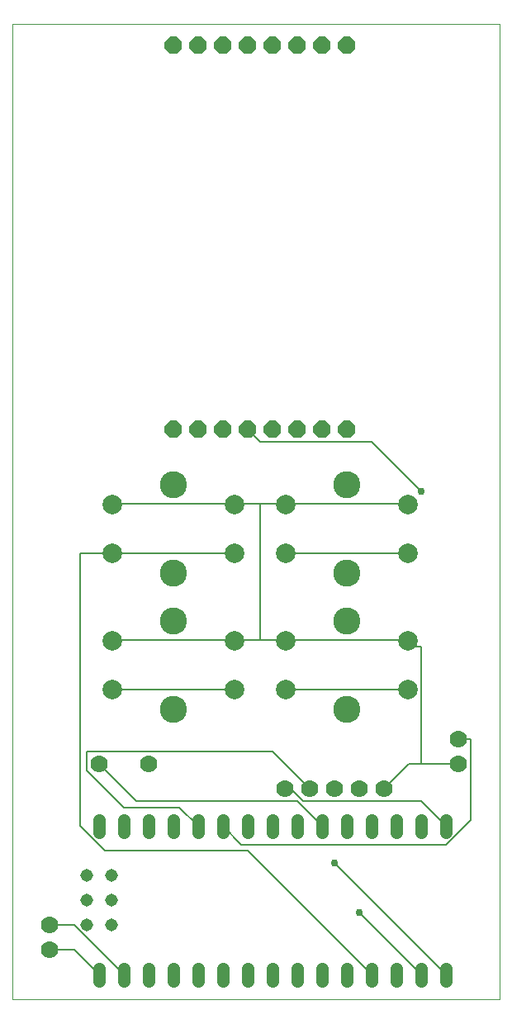
<source format=gbl>
G75*
%MOIN*%
%OFA0B0*%
%FSLAX25Y25*%
%IPPOS*%
%LPD*%
%AMOC8*
5,1,8,0,0,1.08239X$1,22.5*
%
%ADD10C,0.00000*%
%ADD11OC8,0.07000*%
%ADD12C,0.07000*%
%ADD13C,0.07874*%
%ADD14C,0.10925*%
%ADD15C,0.05150*%
%ADD16C,0.05150*%
%ADD17C,0.00600*%
%ADD18C,0.02978*%
D10*
X0052595Y0023933D02*
X0052595Y0417634D01*
X0249446Y0417634D01*
X0249446Y0023933D01*
X0052595Y0023933D01*
D11*
X0117595Y0253933D03*
X0127595Y0253933D03*
X0137595Y0253933D03*
X0147595Y0253933D03*
X0157595Y0253933D03*
X0167595Y0253933D03*
X0177595Y0253933D03*
X0187595Y0253933D03*
X0187595Y0408933D03*
X0177595Y0408933D03*
X0167595Y0408933D03*
X0157595Y0408933D03*
X0147595Y0408933D03*
X0137595Y0408933D03*
X0127595Y0408933D03*
X0117595Y0408933D03*
D12*
X0232595Y0128933D03*
X0232595Y0118933D03*
X0202595Y0108933D03*
X0192595Y0108933D03*
X0182595Y0108933D03*
X0172595Y0108933D03*
X0162595Y0108933D03*
X0107595Y0118933D03*
X0087595Y0118933D03*
X0067595Y0053933D03*
X0067595Y0043933D03*
D13*
X0092989Y0149091D03*
X0092989Y0168776D03*
X0092989Y0204091D03*
X0092989Y0223776D03*
X0142201Y0223776D03*
X0142201Y0204091D03*
X0162989Y0204091D03*
X0162989Y0223776D03*
X0162989Y0168776D03*
X0162989Y0149091D03*
X0142201Y0149091D03*
X0142201Y0168776D03*
X0212201Y0168776D03*
X0212201Y0149091D03*
X0212201Y0204091D03*
X0212201Y0223776D03*
D14*
X0187595Y0231650D03*
X0187595Y0196217D03*
X0187595Y0176650D03*
X0187595Y0141217D03*
X0117595Y0141217D03*
X0117595Y0176650D03*
X0117595Y0196217D03*
X0117595Y0231650D03*
D15*
X0117595Y0096508D02*
X0117595Y0091358D01*
X0127595Y0091358D02*
X0127595Y0096508D01*
X0137595Y0096508D02*
X0137595Y0091358D01*
X0147595Y0091358D02*
X0147595Y0096508D01*
X0157595Y0096508D02*
X0157595Y0091358D01*
X0167595Y0091358D02*
X0167595Y0096508D01*
X0177595Y0096508D02*
X0177595Y0091358D01*
X0187595Y0091358D02*
X0187595Y0096508D01*
X0197595Y0096508D02*
X0197595Y0091358D01*
X0207595Y0091358D02*
X0207595Y0096508D01*
X0217595Y0096508D02*
X0217595Y0091358D01*
X0227595Y0091358D02*
X0227595Y0096508D01*
X0227595Y0036508D02*
X0227595Y0031358D01*
X0217595Y0031358D02*
X0217595Y0036508D01*
X0207595Y0036508D02*
X0207595Y0031358D01*
X0197595Y0031358D02*
X0197595Y0036508D01*
X0187595Y0036508D02*
X0187595Y0031358D01*
X0177595Y0031358D02*
X0177595Y0036508D01*
X0167595Y0036508D02*
X0167595Y0031358D01*
X0157595Y0031358D02*
X0157595Y0036508D01*
X0147595Y0036508D02*
X0147595Y0031358D01*
X0137595Y0031358D02*
X0137595Y0036508D01*
X0127595Y0036508D02*
X0127595Y0031358D01*
X0117595Y0031358D02*
X0117595Y0036508D01*
X0107595Y0036508D02*
X0107595Y0031358D01*
X0097595Y0031358D02*
X0097595Y0036508D01*
X0087595Y0036508D02*
X0087595Y0031358D01*
X0087595Y0091358D02*
X0087595Y0096508D01*
X0097595Y0096508D02*
X0097595Y0091358D01*
X0107595Y0091358D02*
X0107595Y0096508D01*
D16*
X0092595Y0073933D03*
X0092595Y0063933D03*
X0092595Y0053933D03*
X0082595Y0053933D03*
X0082595Y0063933D03*
X0082595Y0073933D03*
D17*
X0090095Y0083933D02*
X0080095Y0093933D01*
X0080095Y0203933D01*
X0092595Y0203933D01*
X0092989Y0204091D01*
X0095095Y0203933D01*
X0140095Y0203933D01*
X0142201Y0204091D01*
X0142201Y0223776D02*
X0142595Y0223933D01*
X0152595Y0223933D01*
X0152595Y0168933D01*
X0142595Y0168933D01*
X0142201Y0168776D01*
X0140095Y0168933D01*
X0095095Y0168933D01*
X0092989Y0168776D01*
X0092989Y0149091D02*
X0095095Y0148933D01*
X0140095Y0148933D01*
X0142201Y0149091D01*
X0152595Y0168933D02*
X0162595Y0168933D01*
X0162989Y0168776D01*
X0165095Y0168933D01*
X0210095Y0168933D01*
X0212201Y0168776D01*
X0212595Y0166433D01*
X0217595Y0166433D01*
X0217595Y0118933D01*
X0212595Y0118933D01*
X0202595Y0108933D01*
X0217595Y0103933D02*
X0170095Y0103933D01*
X0165095Y0108933D01*
X0162595Y0108933D01*
X0167595Y0103933D02*
X0102595Y0103933D01*
X0087595Y0118933D01*
X0082595Y0116433D02*
X0082595Y0123933D01*
X0157595Y0123933D01*
X0172595Y0108933D01*
X0167595Y0103933D02*
X0177595Y0093933D01*
X0182595Y0078933D02*
X0227595Y0033933D01*
X0217595Y0033933D02*
X0192595Y0058933D01*
X0197595Y0033933D02*
X0147595Y0083933D01*
X0090095Y0083933D01*
X0097595Y0101433D02*
X0082595Y0116433D01*
X0097595Y0101433D02*
X0120095Y0101433D01*
X0127595Y0093933D01*
X0137595Y0093933D02*
X0145095Y0086433D01*
X0227595Y0086433D01*
X0237595Y0096433D01*
X0237595Y0128933D01*
X0232595Y0128933D01*
X0232595Y0118933D02*
X0217595Y0118933D01*
X0217595Y0103933D02*
X0227595Y0093933D01*
X0212201Y0149091D02*
X0210095Y0148933D01*
X0165095Y0148933D01*
X0162989Y0149091D01*
X0165095Y0203933D02*
X0162989Y0204091D01*
X0165095Y0203933D02*
X0210095Y0203933D01*
X0212201Y0204091D01*
X0212201Y0223776D02*
X0210095Y0223933D01*
X0165095Y0223933D01*
X0162989Y0223776D01*
X0162595Y0223933D01*
X0152595Y0223933D01*
X0142201Y0223776D02*
X0140095Y0223933D01*
X0095095Y0223933D01*
X0092989Y0223776D01*
X0147595Y0253933D02*
X0152595Y0248933D01*
X0197595Y0248933D01*
X0217595Y0228933D01*
X0077595Y0053933D02*
X0097595Y0033933D01*
X0087595Y0033933D02*
X0077595Y0043933D01*
X0067595Y0043933D01*
X0067595Y0053933D02*
X0077595Y0053933D01*
D18*
X0182595Y0078933D03*
X0192595Y0058933D03*
X0217595Y0228933D03*
M02*

</source>
